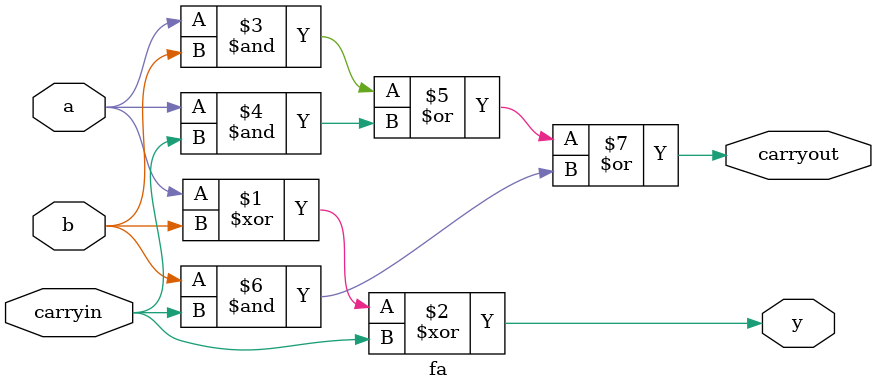
<source format=sv>
`timescale 1ns / 1ps


module fa(input logic a,b,carryin, output logic y,carryout);
assign y=a ^ b ^ carryin;
assign carryout = (a & b) | (a & carryin)|(b & carryin);
endmodule 
</source>
